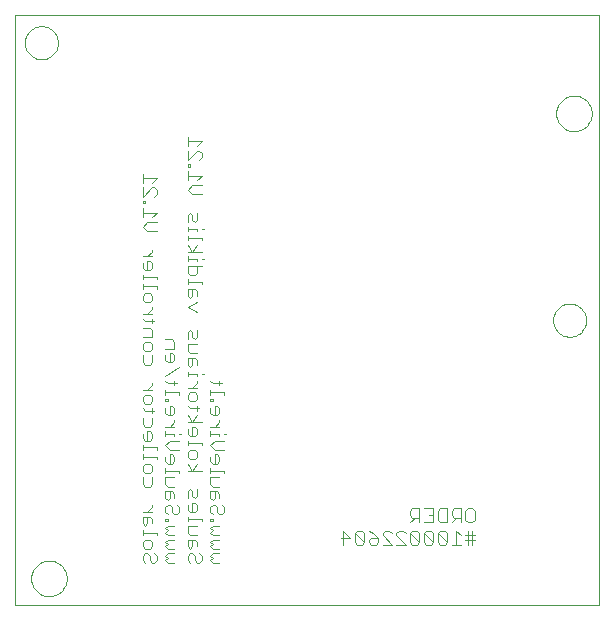
<source format=gbo>
G75*
%MOIN*%
%OFA0B0*%
%FSLAX24Y24*%
%IPPOS*%
%LPD*%
%AMOC8*
5,1,8,0,0,1.08239X$1,22.5*
%
%ADD10C,0.0000*%
%ADD11C,0.0040*%
D10*
X000550Y002400D02*
X000550Y022085D01*
X020042Y022085D01*
X020042Y002400D01*
X000550Y002400D01*
X001103Y003294D02*
X001105Y003342D01*
X001111Y003390D01*
X001121Y003437D01*
X001134Y003483D01*
X001152Y003528D01*
X001172Y003572D01*
X001197Y003614D01*
X001225Y003653D01*
X001255Y003690D01*
X001289Y003724D01*
X001326Y003756D01*
X001364Y003785D01*
X001405Y003810D01*
X001448Y003832D01*
X001493Y003850D01*
X001539Y003864D01*
X001586Y003875D01*
X001634Y003882D01*
X001682Y003885D01*
X001730Y003884D01*
X001778Y003879D01*
X001826Y003870D01*
X001872Y003858D01*
X001917Y003841D01*
X001961Y003821D01*
X002003Y003798D01*
X002043Y003771D01*
X002081Y003741D01*
X002116Y003708D01*
X002148Y003672D01*
X002178Y003634D01*
X002204Y003593D01*
X002226Y003550D01*
X002246Y003506D01*
X002261Y003461D01*
X002273Y003414D01*
X002281Y003366D01*
X002285Y003318D01*
X002285Y003270D01*
X002281Y003222D01*
X002273Y003174D01*
X002261Y003127D01*
X002246Y003082D01*
X002226Y003038D01*
X002204Y002995D01*
X002178Y002954D01*
X002148Y002916D01*
X002116Y002880D01*
X002081Y002847D01*
X002043Y002817D01*
X002003Y002790D01*
X001961Y002767D01*
X001917Y002747D01*
X001872Y002730D01*
X001826Y002718D01*
X001778Y002709D01*
X001730Y002704D01*
X001682Y002703D01*
X001634Y002706D01*
X001586Y002713D01*
X001539Y002724D01*
X001493Y002738D01*
X001448Y002756D01*
X001405Y002778D01*
X001364Y002803D01*
X001326Y002832D01*
X001289Y002864D01*
X001255Y002898D01*
X001225Y002935D01*
X001197Y002974D01*
X001172Y003016D01*
X001152Y003060D01*
X001134Y003105D01*
X001121Y003151D01*
X001111Y003198D01*
X001105Y003246D01*
X001103Y003294D01*
X000893Y021150D02*
X000895Y021197D01*
X000901Y021243D01*
X000911Y021289D01*
X000924Y021334D01*
X000942Y021377D01*
X000963Y021419D01*
X000987Y021459D01*
X001015Y021496D01*
X001046Y021531D01*
X001080Y021564D01*
X001116Y021593D01*
X001155Y021619D01*
X001196Y021642D01*
X001239Y021661D01*
X001283Y021677D01*
X001328Y021689D01*
X001374Y021697D01*
X001421Y021701D01*
X001467Y021701D01*
X001514Y021697D01*
X001560Y021689D01*
X001605Y021677D01*
X001649Y021661D01*
X001692Y021642D01*
X001733Y021619D01*
X001772Y021593D01*
X001808Y021564D01*
X001842Y021531D01*
X001873Y021496D01*
X001901Y021459D01*
X001925Y021419D01*
X001946Y021377D01*
X001964Y021334D01*
X001977Y021289D01*
X001987Y021243D01*
X001993Y021197D01*
X001995Y021150D01*
X001993Y021103D01*
X001987Y021057D01*
X001977Y021011D01*
X001964Y020966D01*
X001946Y020923D01*
X001925Y020881D01*
X001901Y020841D01*
X001873Y020804D01*
X001842Y020769D01*
X001808Y020736D01*
X001772Y020707D01*
X001733Y020681D01*
X001692Y020658D01*
X001649Y020639D01*
X001605Y020623D01*
X001560Y020611D01*
X001514Y020603D01*
X001467Y020599D01*
X001421Y020599D01*
X001374Y020603D01*
X001328Y020611D01*
X001283Y020623D01*
X001239Y020639D01*
X001196Y020658D01*
X001155Y020681D01*
X001116Y020707D01*
X001080Y020736D01*
X001046Y020769D01*
X001015Y020804D01*
X000987Y020841D01*
X000963Y020881D01*
X000942Y020923D01*
X000924Y020966D01*
X000911Y021011D01*
X000901Y021057D01*
X000895Y021103D01*
X000893Y021150D01*
X018603Y018794D02*
X018605Y018842D01*
X018611Y018890D01*
X018621Y018937D01*
X018634Y018983D01*
X018652Y019028D01*
X018672Y019072D01*
X018697Y019114D01*
X018725Y019153D01*
X018755Y019190D01*
X018789Y019224D01*
X018826Y019256D01*
X018864Y019285D01*
X018905Y019310D01*
X018948Y019332D01*
X018993Y019350D01*
X019039Y019364D01*
X019086Y019375D01*
X019134Y019382D01*
X019182Y019385D01*
X019230Y019384D01*
X019278Y019379D01*
X019326Y019370D01*
X019372Y019358D01*
X019417Y019341D01*
X019461Y019321D01*
X019503Y019298D01*
X019543Y019271D01*
X019581Y019241D01*
X019616Y019208D01*
X019648Y019172D01*
X019678Y019134D01*
X019704Y019093D01*
X019726Y019050D01*
X019746Y019006D01*
X019761Y018961D01*
X019773Y018914D01*
X019781Y018866D01*
X019785Y018818D01*
X019785Y018770D01*
X019781Y018722D01*
X019773Y018674D01*
X019761Y018627D01*
X019746Y018582D01*
X019726Y018538D01*
X019704Y018495D01*
X019678Y018454D01*
X019648Y018416D01*
X019616Y018380D01*
X019581Y018347D01*
X019543Y018317D01*
X019503Y018290D01*
X019461Y018267D01*
X019417Y018247D01*
X019372Y018230D01*
X019326Y018218D01*
X019278Y018209D01*
X019230Y018204D01*
X019182Y018203D01*
X019134Y018206D01*
X019086Y018213D01*
X019039Y018224D01*
X018993Y018238D01*
X018948Y018256D01*
X018905Y018278D01*
X018864Y018303D01*
X018826Y018332D01*
X018789Y018364D01*
X018755Y018398D01*
X018725Y018435D01*
X018697Y018474D01*
X018672Y018516D01*
X018652Y018560D01*
X018634Y018605D01*
X018621Y018651D01*
X018611Y018698D01*
X018605Y018746D01*
X018603Y018794D01*
X018499Y011900D02*
X018501Y011947D01*
X018507Y011993D01*
X018517Y012039D01*
X018530Y012084D01*
X018548Y012127D01*
X018569Y012169D01*
X018593Y012209D01*
X018621Y012246D01*
X018652Y012281D01*
X018686Y012314D01*
X018722Y012343D01*
X018761Y012369D01*
X018802Y012392D01*
X018845Y012411D01*
X018889Y012427D01*
X018934Y012439D01*
X018980Y012447D01*
X019027Y012451D01*
X019073Y012451D01*
X019120Y012447D01*
X019166Y012439D01*
X019211Y012427D01*
X019255Y012411D01*
X019298Y012392D01*
X019339Y012369D01*
X019378Y012343D01*
X019414Y012314D01*
X019448Y012281D01*
X019479Y012246D01*
X019507Y012209D01*
X019531Y012169D01*
X019552Y012127D01*
X019570Y012084D01*
X019583Y012039D01*
X019593Y011993D01*
X019599Y011947D01*
X019601Y011900D01*
X019599Y011853D01*
X019593Y011807D01*
X019583Y011761D01*
X019570Y011716D01*
X019552Y011673D01*
X019531Y011631D01*
X019507Y011591D01*
X019479Y011554D01*
X019448Y011519D01*
X019414Y011486D01*
X019378Y011457D01*
X019339Y011431D01*
X019298Y011408D01*
X019255Y011389D01*
X019211Y011373D01*
X019166Y011361D01*
X019120Y011353D01*
X019073Y011349D01*
X019027Y011349D01*
X018980Y011353D01*
X018934Y011361D01*
X018889Y011373D01*
X018845Y011389D01*
X018802Y011408D01*
X018761Y011431D01*
X018722Y011457D01*
X018686Y011486D01*
X018652Y011519D01*
X018621Y011554D01*
X018593Y011591D01*
X018569Y011631D01*
X018548Y011673D01*
X018530Y011716D01*
X018517Y011761D01*
X018507Y011807D01*
X018501Y011853D01*
X018499Y011900D01*
D11*
X015807Y005630D02*
X015654Y005630D01*
X015577Y005554D01*
X015577Y005247D01*
X015654Y005170D01*
X015807Y005170D01*
X015884Y005247D01*
X015884Y005554D01*
X015807Y005630D01*
X015424Y005630D02*
X015424Y005170D01*
X015424Y005323D02*
X015193Y005323D01*
X015117Y005400D01*
X015117Y005554D01*
X015193Y005630D01*
X015424Y005630D01*
X015270Y005323D02*
X015117Y005170D01*
X014963Y005170D02*
X014733Y005170D01*
X014656Y005247D01*
X014656Y005554D01*
X014733Y005630D01*
X014963Y005630D01*
X014963Y005170D01*
X014886Y004880D02*
X014733Y004880D01*
X014656Y004804D01*
X014963Y004497D01*
X014886Y004420D01*
X014733Y004420D01*
X014656Y004497D01*
X014656Y004804D01*
X014503Y004804D02*
X014503Y004497D01*
X014196Y004804D01*
X014196Y004497D01*
X014273Y004420D01*
X014426Y004420D01*
X014503Y004497D01*
X014503Y004804D02*
X014426Y004880D01*
X014273Y004880D01*
X014196Y004804D01*
X014042Y004804D02*
X014042Y004497D01*
X013735Y004804D01*
X013735Y004497D01*
X013812Y004420D01*
X013966Y004420D01*
X014042Y004497D01*
X014042Y004804D02*
X013966Y004880D01*
X013812Y004880D01*
X013735Y004804D01*
X013582Y004804D02*
X013505Y004880D01*
X013352Y004880D01*
X013275Y004804D01*
X013275Y004727D01*
X013582Y004420D01*
X013275Y004420D01*
X013122Y004420D02*
X012815Y004727D01*
X012815Y004804D01*
X012891Y004880D01*
X013045Y004880D01*
X013122Y004804D01*
X013122Y004420D02*
X012815Y004420D01*
X012661Y004497D02*
X012661Y004650D01*
X012431Y004650D01*
X012354Y004573D01*
X012354Y004497D01*
X012431Y004420D01*
X012584Y004420D01*
X012661Y004497D01*
X012661Y004650D02*
X012508Y004804D01*
X012354Y004880D01*
X012201Y004804D02*
X012124Y004880D01*
X011971Y004880D01*
X011894Y004804D01*
X012201Y004497D01*
X012124Y004420D01*
X011971Y004420D01*
X011894Y004497D01*
X011894Y004804D01*
X011740Y004650D02*
X011433Y004650D01*
X011510Y004420D02*
X011510Y004880D01*
X011740Y004650D01*
X012201Y004497D02*
X012201Y004804D01*
X013735Y005170D02*
X013889Y005323D01*
X013812Y005323D02*
X014042Y005323D01*
X014042Y005170D02*
X014042Y005630D01*
X013812Y005630D01*
X013735Y005554D01*
X013735Y005400D01*
X013812Y005323D01*
X014196Y005170D02*
X014503Y005170D01*
X014503Y005630D01*
X014196Y005630D01*
X014349Y005400D02*
X014503Y005400D01*
X014886Y004880D02*
X014963Y004804D01*
X014963Y004497D01*
X015117Y004420D02*
X015424Y004420D01*
X015270Y004420D02*
X015270Y004880D01*
X015424Y004727D01*
X015577Y004727D02*
X015654Y004727D01*
X015884Y004727D01*
X015884Y004573D02*
X015577Y004573D01*
X015654Y004420D02*
X015654Y004880D01*
X015807Y004880D02*
X015807Y004420D01*
X007530Y005509D02*
X007454Y005432D01*
X007377Y005432D01*
X007300Y005509D01*
X007300Y005663D01*
X007223Y005739D01*
X007147Y005739D01*
X007070Y005663D01*
X007070Y005509D01*
X007147Y005432D01*
X007147Y005279D02*
X007070Y005279D01*
X007070Y005202D01*
X007147Y005202D01*
X007147Y005279D01*
X007147Y005049D02*
X007377Y005049D01*
X007147Y005049D02*
X007070Y004972D01*
X007147Y004895D01*
X007070Y004819D01*
X007147Y004742D01*
X007377Y004742D01*
X007377Y004588D02*
X007147Y004588D01*
X007070Y004512D01*
X007147Y004435D01*
X007070Y004358D01*
X007147Y004281D01*
X007377Y004281D01*
X007377Y004128D02*
X007147Y004128D01*
X007070Y004051D01*
X007147Y003975D01*
X007070Y003898D01*
X007147Y003821D01*
X007377Y003821D01*
X006780Y003898D02*
X006704Y003821D01*
X006627Y003821D01*
X006550Y003898D01*
X006550Y004051D01*
X006473Y004128D01*
X006397Y004128D01*
X006320Y004051D01*
X006320Y003898D01*
X006397Y003821D01*
X006704Y004128D02*
X006780Y004051D01*
X006780Y003898D01*
X006627Y004358D02*
X006627Y004512D01*
X006550Y004588D01*
X006320Y004588D01*
X006320Y004358D01*
X006397Y004281D01*
X006473Y004358D01*
X006473Y004588D01*
X006397Y004742D02*
X006320Y004819D01*
X006320Y005049D01*
X006627Y005049D01*
X006780Y005202D02*
X006780Y005279D01*
X006320Y005279D01*
X006320Y005202D02*
X006320Y005356D01*
X006397Y005509D02*
X006550Y005509D01*
X006627Y005586D01*
X006627Y005739D01*
X006550Y005816D01*
X006473Y005816D01*
X006473Y005509D01*
X006397Y005509D02*
X006320Y005586D01*
X006320Y005739D01*
X006320Y005970D02*
X006320Y006200D01*
X006397Y006276D01*
X006473Y006200D01*
X006473Y006046D01*
X006550Y005970D01*
X006627Y006046D01*
X006627Y006276D01*
X007070Y006200D02*
X007070Y005970D01*
X007147Y005893D01*
X007223Y005970D01*
X007223Y006200D01*
X007300Y006200D02*
X007070Y006200D01*
X007147Y006353D02*
X007070Y006430D01*
X007070Y006660D01*
X007377Y006660D01*
X007530Y006814D02*
X007530Y006890D01*
X007070Y006890D01*
X007070Y006814D02*
X007070Y006967D01*
X007147Y007121D02*
X007300Y007121D01*
X007377Y007197D01*
X007377Y007351D01*
X007300Y007427D01*
X007223Y007427D01*
X007223Y007121D01*
X007147Y007121D02*
X007070Y007197D01*
X007070Y007351D01*
X007223Y007581D02*
X007070Y007734D01*
X007223Y007888D01*
X007530Y007888D01*
X007377Y008041D02*
X007377Y008118D01*
X007070Y008118D01*
X007070Y008041D02*
X007070Y008195D01*
X007070Y008348D02*
X007377Y008348D01*
X007223Y008348D02*
X007377Y008502D01*
X007377Y008578D01*
X007300Y008732D02*
X007377Y008809D01*
X007377Y008962D01*
X007300Y009039D01*
X007223Y009039D01*
X007223Y008732D01*
X007147Y008732D02*
X007300Y008732D01*
X007147Y008732D02*
X007070Y008809D01*
X007070Y008962D01*
X007070Y009192D02*
X007070Y009269D01*
X007147Y009269D01*
X007147Y009192D01*
X007070Y009192D01*
X007070Y009423D02*
X007070Y009576D01*
X007070Y009499D02*
X007530Y009499D01*
X007530Y009423D01*
X007377Y009729D02*
X007377Y009883D01*
X007454Y009806D02*
X007147Y009806D01*
X007070Y009883D01*
X006857Y010113D02*
X006780Y010113D01*
X006627Y010113D02*
X006320Y010113D01*
X006320Y010036D02*
X006320Y010190D01*
X006397Y010343D02*
X006473Y010420D01*
X006473Y010650D01*
X006550Y010650D02*
X006320Y010650D01*
X006320Y010420D01*
X006397Y010343D01*
X006627Y010420D02*
X006627Y010573D01*
X006550Y010650D01*
X006627Y010804D02*
X006397Y010804D01*
X006320Y010880D01*
X006320Y011111D01*
X006627Y011111D01*
X006550Y011264D02*
X006627Y011341D01*
X006627Y011571D01*
X006473Y011494D02*
X006473Y011341D01*
X006550Y011264D01*
X006320Y011264D02*
X006320Y011494D01*
X006397Y011571D01*
X006473Y011494D01*
X005877Y011187D02*
X005877Y010957D01*
X005570Y010957D01*
X005723Y010804D02*
X005723Y010497D01*
X005647Y010497D02*
X005800Y010497D01*
X005877Y010573D01*
X005877Y010727D01*
X005800Y010804D01*
X005723Y010804D01*
X005570Y010727D02*
X005570Y010573D01*
X005647Y010497D01*
X006030Y010343D02*
X005570Y010036D01*
X005570Y009883D02*
X005647Y009806D01*
X005954Y009806D01*
X005877Y009729D02*
X005877Y009883D01*
X006030Y009499D02*
X005570Y009499D01*
X005570Y009423D02*
X005570Y009576D01*
X005570Y009269D02*
X005570Y009192D01*
X005647Y009192D01*
X005647Y009269D01*
X005570Y009269D01*
X005723Y009039D02*
X005723Y008732D01*
X005647Y008732D02*
X005800Y008732D01*
X005877Y008809D01*
X005877Y008962D01*
X005800Y009039D01*
X005723Y009039D01*
X005570Y008962D02*
X005570Y008809D01*
X005647Y008732D01*
X005877Y008578D02*
X005877Y008502D01*
X005723Y008348D01*
X005570Y008348D02*
X005877Y008348D01*
X005877Y008118D02*
X005570Y008118D01*
X005570Y008041D02*
X005570Y008195D01*
X005877Y008118D02*
X005877Y008041D01*
X006030Y008118D02*
X006107Y008118D01*
X006320Y008118D02*
X006397Y008041D01*
X006550Y008041D01*
X006627Y008118D01*
X006627Y008272D01*
X006550Y008348D01*
X006473Y008348D01*
X006473Y008041D01*
X006320Y008118D02*
X006320Y008272D01*
X006320Y008502D02*
X006780Y008502D01*
X006627Y008732D02*
X006473Y008502D01*
X006320Y008732D01*
X006397Y008962D02*
X006320Y009039D01*
X006397Y008962D02*
X006704Y008962D01*
X006627Y008885D02*
X006627Y009039D01*
X006550Y009192D02*
X006397Y009192D01*
X006320Y009269D01*
X006320Y009423D01*
X006397Y009499D01*
X006550Y009499D01*
X006627Y009423D01*
X006627Y009269D01*
X006550Y009192D01*
X006473Y009653D02*
X006627Y009806D01*
X006627Y009883D01*
X006627Y010036D02*
X006627Y010113D01*
X006627Y009653D02*
X006320Y009653D01*
X006030Y009499D02*
X006030Y009423D01*
X005127Y009346D02*
X005127Y009192D01*
X005050Y009116D01*
X004897Y009116D01*
X004820Y009192D01*
X004820Y009346D01*
X004897Y009423D01*
X005050Y009423D01*
X005127Y009346D01*
X005127Y009576D02*
X004820Y009576D01*
X004973Y009576D02*
X005127Y009729D01*
X005127Y009806D01*
X005050Y010420D02*
X004897Y010420D01*
X004820Y010497D01*
X004820Y010727D01*
X004897Y010880D02*
X004820Y010957D01*
X004820Y011111D01*
X004897Y011187D01*
X005050Y011187D01*
X005127Y011111D01*
X005127Y010957D01*
X005050Y010880D01*
X004897Y010880D01*
X005127Y010727D02*
X005127Y010497D01*
X005050Y010420D01*
X005570Y011264D02*
X005800Y011264D01*
X005877Y011187D01*
X005127Y011341D02*
X005127Y011571D01*
X005050Y011648D01*
X004820Y011648D01*
X004897Y011878D02*
X004820Y011955D01*
X004897Y011878D02*
X005204Y011878D01*
X005127Y011801D02*
X005127Y011955D01*
X005127Y012108D02*
X004820Y012108D01*
X004973Y012108D02*
X005127Y012262D01*
X005127Y012338D01*
X005050Y012492D02*
X004897Y012492D01*
X004820Y012569D01*
X004820Y012722D01*
X004897Y012799D01*
X005050Y012799D01*
X005127Y012722D01*
X005127Y012569D01*
X005050Y012492D01*
X004820Y012952D02*
X004820Y013106D01*
X004820Y013029D02*
X005280Y013029D01*
X005280Y012952D01*
X005280Y013259D02*
X005280Y013336D01*
X004820Y013336D01*
X004820Y013259D02*
X004820Y013413D01*
X004897Y013566D02*
X004820Y013643D01*
X004820Y013796D01*
X004973Y013873D02*
X004973Y013566D01*
X004897Y013566D02*
X005050Y013566D01*
X005127Y013643D01*
X005127Y013796D01*
X005050Y013873D01*
X004973Y013873D01*
X004973Y014026D02*
X005127Y014180D01*
X005127Y014257D01*
X005127Y014026D02*
X004820Y014026D01*
X004973Y014870D02*
X004820Y015024D01*
X004973Y015177D01*
X005280Y015177D01*
X005127Y015331D02*
X005280Y015484D01*
X004820Y015484D01*
X004820Y015331D02*
X004820Y015638D01*
X004820Y015791D02*
X004820Y015868D01*
X004897Y015868D01*
X004897Y015791D01*
X004820Y015791D01*
X004820Y016021D02*
X005127Y016328D01*
X005204Y016328D01*
X005280Y016252D01*
X005280Y016098D01*
X005204Y016021D01*
X004820Y016021D02*
X004820Y016328D01*
X004820Y016482D02*
X004820Y016789D01*
X004820Y016635D02*
X005280Y016635D01*
X005127Y016482D01*
X006320Y016559D02*
X006320Y016866D01*
X006320Y017019D02*
X006320Y017096D01*
X006397Y017096D01*
X006397Y017019D01*
X006320Y017019D01*
X006320Y017249D02*
X006627Y017556D01*
X006704Y017556D01*
X006780Y017479D01*
X006780Y017326D01*
X006704Y017249D01*
X006320Y017249D02*
X006320Y017556D01*
X006320Y017710D02*
X006320Y018016D01*
X006320Y017863D02*
X006780Y017863D01*
X006627Y017710D01*
X006780Y016712D02*
X006320Y016712D01*
X006473Y016405D02*
X006780Y016405D01*
X006627Y016559D02*
X006780Y016712D01*
X006473Y016405D02*
X006320Y016252D01*
X006473Y016098D01*
X006780Y016098D01*
X006627Y015484D02*
X006627Y015254D01*
X006550Y015177D01*
X006473Y015254D01*
X006473Y015408D01*
X006397Y015484D01*
X006320Y015408D01*
X006320Y015177D01*
X006320Y015024D02*
X006320Y014870D01*
X006320Y014947D02*
X006627Y014947D01*
X006627Y014870D01*
X006780Y014947D02*
X006857Y014947D01*
X006780Y014640D02*
X006320Y014640D01*
X006320Y014564D02*
X006320Y014717D01*
X006320Y014410D02*
X006473Y014180D01*
X006627Y014410D01*
X006780Y014564D02*
X006780Y014640D01*
X006780Y014180D02*
X006320Y014180D01*
X006320Y014026D02*
X006320Y013873D01*
X006320Y013950D02*
X006627Y013950D01*
X006627Y013873D01*
X006627Y013720D02*
X006627Y013489D01*
X006550Y013413D01*
X006397Y013413D01*
X006320Y013489D01*
X006320Y013720D01*
X006780Y013720D01*
X006780Y013950D02*
X006857Y013950D01*
X006780Y013182D02*
X006320Y013182D01*
X006320Y013106D02*
X006320Y013259D01*
X006320Y012952D02*
X006320Y012722D01*
X006397Y012645D01*
X006473Y012722D01*
X006473Y012952D01*
X006550Y012952D02*
X006320Y012952D01*
X006550Y012952D02*
X006627Y012875D01*
X006627Y012722D01*
X006627Y012492D02*
X006320Y012338D01*
X006627Y012185D01*
X006780Y013106D02*
X006780Y013182D01*
X005280Y014870D02*
X004973Y014870D01*
X004820Y011341D02*
X005127Y011341D01*
X005127Y008962D02*
X005127Y008809D01*
X005204Y008885D02*
X004897Y008885D01*
X004820Y008962D01*
X004820Y008655D02*
X004820Y008425D01*
X004897Y008348D01*
X005050Y008348D01*
X005127Y008425D01*
X005127Y008655D01*
X005050Y008195D02*
X004973Y008195D01*
X004973Y007888D01*
X004897Y007888D02*
X005050Y007888D01*
X005127Y007965D01*
X005127Y008118D01*
X005050Y008195D01*
X004820Y008118D02*
X004820Y007965D01*
X004897Y007888D01*
X004820Y007734D02*
X004820Y007581D01*
X004820Y007658D02*
X005280Y007658D01*
X005280Y007581D01*
X005280Y007351D02*
X004820Y007351D01*
X004820Y007427D02*
X004820Y007274D01*
X004897Y007121D02*
X004820Y007044D01*
X004820Y006890D01*
X004897Y006814D01*
X005050Y006814D01*
X005127Y006890D01*
X005127Y007044D01*
X005050Y007121D01*
X004897Y007121D01*
X005280Y007274D02*
X005280Y007351D01*
X005570Y007351D02*
X005570Y007197D01*
X005647Y007121D01*
X005800Y007121D01*
X005877Y007197D01*
X005877Y007351D01*
X005800Y007427D01*
X005723Y007427D01*
X005723Y007121D01*
X005570Y006967D02*
X005570Y006814D01*
X005570Y006890D02*
X006030Y006890D01*
X006030Y006814D01*
X005877Y006660D02*
X005570Y006660D01*
X005570Y006430D01*
X005647Y006353D01*
X005877Y006353D01*
X005800Y006200D02*
X005570Y006200D01*
X005570Y005970D01*
X005647Y005893D01*
X005723Y005970D01*
X005723Y006200D01*
X005800Y006200D02*
X005877Y006123D01*
X005877Y005970D01*
X005954Y005739D02*
X006030Y005663D01*
X006030Y005509D01*
X005954Y005432D01*
X005877Y005432D01*
X005800Y005509D01*
X005800Y005663D01*
X005723Y005739D01*
X005647Y005739D01*
X005570Y005663D01*
X005570Y005509D01*
X005647Y005432D01*
X005647Y005279D02*
X005570Y005279D01*
X005570Y005202D01*
X005647Y005202D01*
X005647Y005279D01*
X005647Y005049D02*
X005877Y005049D01*
X005647Y005049D02*
X005570Y004972D01*
X005647Y004895D01*
X005570Y004819D01*
X005647Y004742D01*
X005877Y004742D01*
X005877Y004588D02*
X005647Y004588D01*
X005570Y004512D01*
X005647Y004435D01*
X005570Y004358D01*
X005647Y004281D01*
X005877Y004281D01*
X005877Y004128D02*
X005647Y004128D01*
X005570Y004051D01*
X005647Y003975D01*
X005570Y003898D01*
X005647Y003821D01*
X005877Y003821D01*
X005280Y003898D02*
X005204Y003821D01*
X005127Y003821D01*
X005050Y003898D01*
X005050Y004051D01*
X004973Y004128D01*
X004897Y004128D01*
X004820Y004051D01*
X004820Y003898D01*
X004897Y003821D01*
X005280Y003898D02*
X005280Y004051D01*
X005204Y004128D01*
X005050Y004281D02*
X004897Y004281D01*
X004820Y004358D01*
X004820Y004512D01*
X004897Y004588D01*
X005050Y004588D01*
X005127Y004512D01*
X005127Y004358D01*
X005050Y004281D01*
X004820Y004742D02*
X004820Y004895D01*
X004820Y004819D02*
X005280Y004819D01*
X005280Y004742D01*
X004897Y005049D02*
X004973Y005126D01*
X004973Y005356D01*
X005050Y005356D02*
X004820Y005356D01*
X004820Y005126D01*
X004897Y005049D01*
X005127Y005126D02*
X005127Y005279D01*
X005050Y005356D01*
X004973Y005509D02*
X005127Y005663D01*
X005127Y005739D01*
X005127Y005509D02*
X004820Y005509D01*
X004897Y006353D02*
X004820Y006430D01*
X004820Y006660D01*
X004897Y006353D02*
X005050Y006353D01*
X005127Y006430D01*
X005127Y006660D01*
X005723Y007581D02*
X005570Y007734D01*
X005723Y007888D01*
X006030Y007888D01*
X006320Y007888D02*
X006320Y007734D01*
X006320Y007811D02*
X006780Y007811D01*
X006780Y007734D01*
X006627Y007504D02*
X006627Y007351D01*
X006550Y007274D01*
X006397Y007274D01*
X006320Y007351D01*
X006320Y007504D01*
X006397Y007581D01*
X006550Y007581D01*
X006627Y007504D01*
X006627Y007121D02*
X006473Y006890D01*
X006320Y007121D01*
X006320Y006890D02*
X006780Y006890D01*
X007147Y006353D02*
X007377Y006353D01*
X007300Y006200D02*
X007377Y006123D01*
X007377Y005970D01*
X007454Y005739D02*
X007530Y005663D01*
X007530Y005509D01*
X006627Y004742D02*
X006397Y004742D01*
X006030Y007581D02*
X005723Y007581D01*
X007223Y007581D02*
X007530Y007581D01*
X007530Y008118D02*
X007607Y008118D01*
M02*

</source>
